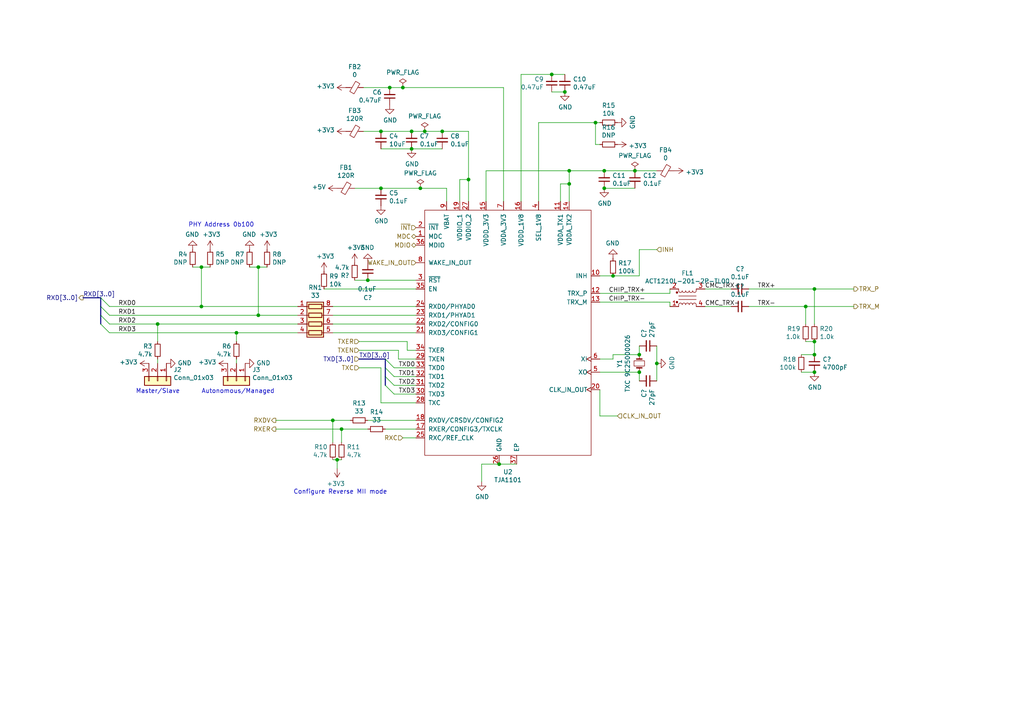
<source format=kicad_sch>
(kicad_sch (version 20231120) (generator "eeschema") (generator_version "8.0")
  (paper "A4")
  (title_block (rev "1.0"))
  (lib_symbols
    (symbol "100base-t1-converter-rescue:+3V3-power" (power) (pin_names (offset 0))
      (property "Value" "power_+3V3" (at 0 3.556 0))
      (symbol "+3V3-power_0_1"
        (polyline (pts (xy -0.762 1.27) (xy 0 2.54)))
        (polyline (pts (xy 0 0) (xy 0 2.54)))
        (polyline (pts (xy 0 2.54) (xy 0.762 1.27)))
      )
      (symbol "+3V3-power_1_1"
        (pin power_in line (at 0 0 90) (length 0) hide (name "+3V3") (number "1"))
      )
    )
    (symbol "100base-t1-converter-rescue:+5V-power" (power) (pin_names (offset 0))
      (property "Value" "power_+5V" (at 0 3.556 0))
      (symbol "+5V-power_0_1"
        (polyline (pts (xy -0.762 1.27) (xy 0 2.54)))
        (polyline (pts (xy 0 0) (xy 0 2.54)))
        (polyline (pts (xy 0 2.54) (xy 0.762 1.27)))
      )
      (symbol "+5V-power_1_1"
        (pin power_in line (at 0 0 90) (length 0) hide (name "+5V") (number "1"))
      )
    )
    (symbol "100base-t1-converter-rescue:EMI_Filter_LL_1423-Device" (pin_names hide)
      (property "Reference" "FL" (at 0 4.445 0))
      (property "Value" "Device_EMI_Filter_LL_1423" (at 0 -4.445 0))
      (symbol "EMI_Filter_LL_1423-Device_0_1"
        (circle (center -3.048 -1.27) (radius 0.254) (fill (type outline)))
        (circle (center -3.048 1.524) (radius 0.254) (fill (type outline)))
        (arc (start -2.54 2.032) (mid -2.032 1.524) (end -1.524 2.032))
        (arc (start -1.524 -2.032) (mid -2.032 -1.524) (end -2.54 -2.032))
        (arc (start -1.524 2.032) (mid -1.016 1.524) (end -0.508 2.032))
        (arc (start -0.508 -2.032) (mid -1.016 -1.524) (end -1.524 -2.032))
        (arc (start -0.508 2.032) (mid 0 1.524) (end 0.508 2.032))
        (polyline (pts (xy -2.54 -2.032) (xy -2.54 -2.54)))
        (polyline (pts (xy -2.54 0.508) (xy 2.54 0.508)))
        (polyline (pts (xy -2.54 2.032) (xy -2.54 2.54)))
        (polyline (pts (xy 2.54 -2.032) (xy 2.54 -2.54)))
        (polyline (pts (xy 2.54 -0.508) (xy -2.54 -0.508)))
        (polyline (pts (xy 2.54 2.54) (xy 2.54 2.032)))
        (arc (start 0.508 -2.032) (mid 0 -1.524) (end -0.508 -2.032))
        (arc (start 0.508 2.032) (mid 1.016 1.524) (end 1.524 2.032))
        (arc (start 1.524 -2.032) (mid 1.016 -1.524) (end 0.508 -2.032))
        (arc (start 1.524 2.032) (mid 2.032 1.524) (end 2.54 2.032))
        (arc (start 2.54 -2.032) (mid 2.032 -1.524) (end 1.524 -2.032))
      )
      (symbol "EMI_Filter_LL_1423-Device_1_1"
        (pin passive line (at -5.08 -2.54 0) (length 2.54) (name "1") (number "1"))
        (pin passive line (at -5.08 2.54 0) (length 2.54) (name "2") (number "2"))
        (pin passive line (at 5.08 2.54 180) (length 2.54) (name "3") (number "3"))
        (pin passive line (at 5.08 -2.54 180) (length 2.54) (name "4") (number "4"))
      )
    )
    (symbol "100base-t1-converter-rescue:Ferrite_Bead_Small-Device" (pin_numbers hide) (pin_names (offset 0))
      (property "Reference" "FB" (at 1.905 1.27 0))
      (property "Value" "Device_Ferrite_Bead_Small" (at 1.905 -1.27 0))
      (symbol "Ferrite_Bead_Small-Device_0_1"
        (polyline (pts (xy 0 -1.27) (xy 0 -0.7874)))
        (polyline (pts (xy 0 0.889) (xy 0 1.2954)))
        (polyline (pts (xy -1.8288 0.2794) (xy -1.1176 1.4986) (xy 1.8288 -0.2032) (xy 1.1176 -1.4224) (xy -1.8288 0.2794)))
      )
      (symbol "Ferrite_Bead_Small-Device_1_1"
        (pin passive line (at 0 2.54 270) (length 1.27) (name "~") (number "1"))
        (pin passive line (at 0 -2.54 90) (length 1.27) (name "~") (number "2"))
      )
    )
    (symbol "100base-t1-converter-rescue:GND-power" (power) (pin_names (offset 0))
      (property "Value" "power_GND" (at 0 -3.81 0))
      (symbol "GND-power_0_1"
        (polyline (pts (xy 0 0) (xy 0 -1.27) (xy 1.27 -1.27) (xy 0 -2.54) (xy -1.27 -1.27) (xy 0 -1.27)))
      )
      (symbol "GND-power_1_1"
        (pin power_in line (at 0 0 270) (length 0) hide (name "GND") (number "1"))
      )
    )
    (symbol "100base-t1-converter-rescue:PWR_FLAG-power" (power) (pin_numbers hide) (pin_names (offset 0) hide)
      (property "Value" "power_PWR_FLAG" (at 0 3.81 0))
      (symbol "PWR_FLAG-power_0_0"
        (pin power_out line (at 0 0 90) (length 0) (name "pwr") (number "1"))
      )
      (symbol "PWR_FLAG-power_0_1"
        (polyline (pts (xy 0 0) (xy 0 1.27) (xy -1.016 1.905) (xy 0 2.54) (xy 1.016 1.905) (xy 0 1.27)))
      )
    )
    (symbol "Connector_Generic:Conn_01x03" (pin_names (offset 1.016) hide)
      (property "Reference" "J" (at 0 5.08 0))
      (property "Value" "Conn_01x03" (at 0 -5.08 0))
      (symbol "Conn_01x03_1_1"
        (rectangle (start -1.27 -2.413) (end 0 -2.667) (stroke (width 0.1524)))
        (rectangle (start -1.27 0.127) (end 0 -0.127) (stroke (width 0.1524)))
        (rectangle (start -1.27 2.667) (end 0 2.413) (stroke (width 0.1524)))
        (rectangle (start -1.27 3.81) (end 1.27 -3.81) (stroke (width 0.254)) (fill (type background)))
        (pin passive line (at -5.08 2.54 0) (length 3.81) (name "Pin_1") (number "1"))
        (pin passive line (at -5.08 0 0) (length 3.81) (name "Pin_2") (number "2"))
        (pin passive line (at -5.08 -2.54 0) (length 3.81) (name "Pin_3") (number "3"))
      )
    )
    (symbol "Device:C_Small" (pin_numbers hide) (pin_names (offset 0.254) hide)
      (property "Reference" "C" (at 0.254 1.778 0))
      (property "Value" "C_Small" (at 0.254 -2.032 0))
      (symbol "C_Small_0_1"
        (polyline (pts (xy -1.524 -0.508) (xy 1.524 -0.508)) (stroke (width 0.3302)))
        (polyline (pts (xy -1.524 0.508) (xy 1.524 0.508)) (stroke (width 0.3048)))
      )
      (symbol "C_Small_1_1"
        (pin passive line (at 0 2.54 270) (length 2.032) (name "~") (number "1"))
        (pin passive line (at 0 -2.54 90) (length 2.032) (name "~") (number "2"))
      )
    )
    (symbol "Device:Crystal_Small" (pin_numbers hide) (pin_names (offset 1.016) hide)
      (property "Reference" "Y" (at 0 2.54 0))
      (property "Value" "Crystal_Small" (at 0 -2.54 0))
      (symbol "Crystal_Small_0_1"
        (rectangle (start -0.762 -1.524) (end 0.762 1.524))
        (polyline (pts (xy -1.27 -0.762) (xy -1.27 0.762)) (stroke (width 0.381)))
        (polyline (pts (xy 1.27 -0.762) (xy 1.27 0.762)) (stroke (width 0.381)))
      )
      (symbol "Crystal_Small_1_1"
        (pin passive line (at -2.54 0 0) (length 1.27) (name "1") (number "1"))
        (pin passive line (at 2.54 0 180) (length 1.27) (name "2") (number "2"))
      )
    )
    (symbol "Device:R_Pack04" (pin_names (offset 0) hide)
      (property "Reference" "RN" (at -7.62 0 90))
      (property "Value" "R_Pack04" (at 5.08 0 90))
      (symbol "R_Pack04_0_1"
        (rectangle (start -6.35 -2.413) (end 3.81 2.413) (stroke (width 0.254)) (fill (type background)))
        (rectangle (start -5.715 1.905) (end -4.445 -1.905) (stroke (width 0.254)))
        (rectangle (start -3.175 1.905) (end -1.905 -1.905) (stroke (width 0.254)))
        (rectangle (start -0.635 1.905) (end 0.635 -1.905) (stroke (width 0.254)))
        (polyline (pts (xy -5.08 -2.54) (xy -5.08 -1.905)))
        (polyline (pts (xy -5.08 1.905) (xy -5.08 2.54)))
        (polyline (pts (xy -2.54 -2.54) (xy -2.54 -1.905)))
        (polyline (pts (xy -2.54 1.905) (xy -2.54 2.54)))
        (polyline (pts (xy 0 -2.54) (xy 0 -1.905)))
        (polyline (pts (xy 0 1.905) (xy 0 2.54)))
        (polyline (pts (xy 2.54 -2.54) (xy 2.54 -1.905)))
        (polyline (pts (xy 2.54 1.905) (xy 2.54 2.54)))
        (rectangle (start 1.905 1.905) (end 3.175 -1.905) (stroke (width 0.254)))
      )
      (symbol "R_Pack04_1_1"
        (pin passive line (at -5.08 -5.08 90) (length 2.54) (name "R1.1") (number "1"))
        (pin passive line (at -2.54 -5.08 90) (length 2.54) (name "R2.1") (number "2"))
        (pin passive line (at 0 -5.08 90) (length 2.54) (name "R3.1") (number "3"))
        (pin passive line (at 2.54 -5.08 90) (length 2.54) (name "R4.1") (number "4"))
        (pin passive line (at 2.54 5.08 270) (length 2.54) (name "R4.2") (number "5"))
        (pin passive line (at 0 5.08 270) (length 2.54) (name "R3.2") (number "6"))
        (pin passive line (at -2.54 5.08 270) (length 2.54) (name "R2.2") (number "7"))
        (pin passive line (at -5.08 5.08 270) (length 2.54) (name "R1.2") (number "8"))
      )
    )
    (symbol "Device:R_Small" (pin_numbers hide) (pin_names (offset 0.254) hide)
      (property "Reference" "R" (at 0.762 0.508 0))
      (property "Value" "R_Small" (at 0.762 -1.016 0))
      (symbol "R_Small_0_1"
        (rectangle (start -0.762 1.778) (end 0.762 -1.778) (stroke (width 0.2032)))
      )
      (symbol "R_Small_1_1"
        (pin passive line (at 0 2.54 270) (length 0.762) (name "~") (number "1"))
        (pin passive line (at 0 -2.54 90) (length 0.762) (name "~") (number "2"))
      )
    )
    (symbol "custom:TJA1101" (pin_names (offset 1.016))
      (property "Reference" "U" (at 0 0 0))
      (property "Value" "TJA1101" (at 0 0 0))
      (symbol "TJA1101_0_1"
        (rectangle (start -24.13 35.56) (end 24.13 -35.56))
      )
      (symbol "TJA1101_1_1"
        (pin input line (at -26.67 27.94 0) (length 2.54) (name "MDC") (number "1"))
        (pin input line (at 26.67 16.51 180) (length 2.54) (name "INH") (number "10"))
        (pin power_in line (at 15.24 38.1 270) (length 2.54) (name "VDDA_TX1") (number "11"))
        (pin output line (at 26.67 11.43 180) (length 2.54) (name "TRX_P") (number "12"))
        (pin output line (at 26.67 8.89 180) (length 2.54) (name "TRX_M") (number "13"))
        (pin power_in line (at 17.78 38.1 270) (length 2.54) (name "VDDA_TX2") (number "14"))
        (pin power_in line (at -6.35 38.1 270) (length 2.54) (name "VDDD_3V3") (number "15"))
        (pin power_out line (at 3.81 38.1 270) (length 2.54) (name "VDDD_1V8") (number "16"))
        (pin output line (at -26.67 -27.94 0) (length 2.54) (name "RXER/CONFIG3/TXCLK") (number "17"))
        (pin output line (at -26.67 -25.4 0) (length 2.54) (name "RXDV/CRSDV/CONFIG2") (number "18"))
        (pin power_in line (at -13.97 38.1 270) (length 2.54) (name "VDDIO_1") (number "19"))
        (pin input line (at -26.67 30.48 0) (length 2.54) (name "~{INT}") (number "2"))
        (pin bidirectional clock (at 26.67 -16.51 180) (length 2.54) (name "CLK_IN_OUT") (number "20"))
        (pin output line (at -26.67 0 0) (length 2.54) (name "RXD3/CONFIG1") (number "21"))
        (pin output line (at -26.67 2.54 0) (length 2.54) (name "RXD2/CONFIG0") (number "22"))
        (pin output line (at -26.67 5.08 0) (length 2.54) (name "RXD1/PHYAD1") (number "23"))
        (pin output line (at -26.67 7.62 0) (length 2.54) (name "RXD0/PHYAD0") (number "24"))
        (pin input line (at -26.67 -30.48 0) (length 2.54) (name "RXC/REF_CLK") (number "25"))
        (pin power_in line (at -2.54 -38.1 90) (length 2.54) (name "GND") (number "26"))
        (pin power_in line (at -11.43 38.1 270) (length 2.54) (name "VDDIO_2") (number "27"))
        (pin output line (at -26.67 -20.32 0) (length 2.54) (name "TXC") (number "28"))
        (pin input line (at -26.67 -7.62 0) (length 2.54) (name "TXEN") (number "29"))
        (pin input line (at -26.67 15.24 0) (length 2.54) (name "~{RST}") (number "3"))
        (pin input line (at -26.67 -17.78 0) (length 2.54) (name "TXD3") (number "30"))
        (pin input line (at -26.67 -15.24 0) (length 2.54) (name "TXD2") (number "31"))
        (pin input line (at -26.67 -12.7 0) (length 2.54) (name "TXD1") (number "32"))
        (pin input line (at -26.67 -10.16 0) (length 2.54) (name "TXD0") (number "33"))
        (pin input line (at -26.67 -5.08 0) (length 2.54) (name "TXER") (number "34"))
        (pin input line (at -26.67 12.7 0) (length 2.54) (name "EN") (number "35"))
        (pin bidirectional line (at -26.67 25.4 0) (length 2.54) (name "MDIO") (number "36"))
        (pin power_in line (at 2.54 -38.1 90) (length 2.54) (name "EP") (number "37"))
        (pin input line (at 8.89 38.1 270) (length 2.54) (name "SEL_1V8") (number "4"))
        (pin output clock (at 26.67 -11.43 180) (length 2.54) (name "XO") (number "5"))
        (pin input clock (at 26.67 -7.62 180) (length 2.54) (name "XI") (number "6"))
        (pin power_in line (at -1.27 38.1 270) (length 2.54) (name "VDDA_3V3") (number "7"))
        (pin bidirectional line (at -26.67 20.32 0) (length 2.54) (name "WAKE_IN_OUT") (number "8"))
        (pin power_in line (at -17.78 38.1 270) (length 2.54) (name "VBAT") (number "9"))
      )
    )
  )
  (junction (at 58.42 88.9))
  (junction (at 110.49 38.1))
  (junction (at 184.15 49.53))
  (junction (at 185.42 107.95))
  (junction (at 121.92 54.61))
  (junction (at 185.42 102.87))
  (junction (at 128.27 38.1))
  (junction (at 165.1 49.53))
  (junction (at 135.89 52.07))
  (junction (at 119.38 43.18))
  (junction (at 175.26 49.53))
  (junction (at 236.22 99.06))
  (junction (at 116.84 25.4))
  (junction (at 110.49 54.61))
  (junction (at 236.22 102.87))
  (junction (at 233.68 88.9))
  (junction (at 123.19 38.1))
  (junction (at 165.1 53.34))
  (junction (at 113.03 25.4))
  (junction (at 236.22 107.95))
  (junction (at 99.06 124.46))
  (junction (at 74.93 91.44))
  (junction (at 119.38 38.1))
  (junction (at 96.52 121.92))
  (junction (at 190.5 105.41))
  (junction (at 97.79 133.35))
  (junction (at 175.26 54.61))
  (junction (at 106.68 81.28))
  (junction (at 163.83 26.67))
  (junction (at 68.58 96.52))
  (junction (at 236.22 83.82))
  (junction (at 45.72 93.98))
  (junction (at 172.72 35.56))
  (junction (at 177.8 80.01))
  (junction (at 160.02 21.59))
  (junction (at 74.93 77.47))
  (junction (at 144.78 134.62))
  (junction (at 58.42 77.47))
  (bus_entry (at 29.21 93.98) (size 2.54 2.54))
  (bus_entry (at 29.21 88.9) (size 2.54 2.54))
  (bus_entry (at 29.21 91.44) (size 2.54 2.54))
  (bus_entry (at 111.76 106.68) (size 2.54 2.54))
  (bus_entry (at 111.76 111.76) (size 2.54 2.54))
  (bus_entry (at 29.21 86.36) (size 2.54 2.54))
  (bus_entry (at 111.76 109.22) (size 2.54 2.54))
  (bus_entry (at 111.76 104.14) (size 2.54 2.54))
  (wire (pts (xy 165.1 53.34) (xy 165.1 58.42)))
  (bus (pts (xy 111.76 106.68) (xy 111.76 109.22)))
  (wire (pts (xy 233.68 88.9) (xy 217.17 88.9)))
  (wire (pts (xy 173.99 41.91) (xy 172.72 41.91)))
  (wire (pts (xy 190.5 49.53) (xy 184.15 49.53)))
  (wire (pts (xy 116.84 25.4) (xy 146.05 25.4)))
  (wire (pts (xy 58.42 77.47) (xy 60.96 77.47)))
  (wire (pts (xy 97.79 133.35) (xy 97.79 135.89)))
  (wire (pts (xy 93.98 83.82) (xy 120.65 83.82)))
  (wire (pts (xy 96.52 88.9) (xy 120.65 88.9)))
  (bus (pts (xy 111.76 104.14) (xy 104.14 104.14)))
  (wire (pts (xy 233.68 93.98) (xy 233.68 88.9)))
  (wire (pts (xy 102.87 81.28) (xy 106.68 81.28)))
  (bus (pts (xy 111.76 109.22) (xy 111.76 111.76)))
  (wire (pts (xy 177.8 104.14) (xy 177.8 102.87)))
  (wire (pts (xy 58.42 88.9) (xy 58.42 77.47)))
  (wire (pts (xy 80.01 124.46) (xy 99.06 124.46)))
  (wire (pts (xy 114.3 114.3) (xy 120.65 114.3)))
  (wire (pts (xy 58.42 88.9) (xy 86.36 88.9)))
  (wire (pts (xy 129.54 54.61) (xy 129.54 58.42)))
  (wire (pts (xy 128.27 43.18) (xy 119.38 43.18)))
  (wire (pts (xy 99.06 128.27) (xy 99.06 124.46)))
  (wire (pts (xy 146.05 25.4) (xy 146.05 58.42)))
  (wire (pts (xy 115.57 101.6) (xy 115.57 104.14)))
  (wire (pts (xy 68.58 96.52) (xy 68.58 99.06)))
  (wire (pts (xy 177.8 102.87) (xy 185.42 102.87)))
  (wire (pts (xy 31.75 88.9) (xy 58.42 88.9)))
  (wire (pts (xy 102.87 54.61) (xy 110.49 54.61)))
  (wire (pts (xy 185.42 72.39) (xy 190.5 72.39)))
  (wire (pts (xy 111.76 124.46) (xy 120.65 124.46)))
  (wire (pts (xy 31.75 91.44) (xy 74.93 91.44)))
  (wire (pts (xy 104.14 106.68) (xy 110.49 106.68)))
  (wire (pts (xy 173.99 87.63) (xy 194.31 87.63)))
  (wire (pts (xy 151.13 58.42) (xy 151.13 21.59)))
  (wire (pts (xy 114.3 109.22) (xy 120.65 109.22)))
  (wire (pts (xy 165.1 53.34) (xy 165.1 49.53)))
  (wire (pts (xy 116.84 127) (xy 120.65 127)))
  (wire (pts (xy 72.39 77.47) (xy 74.93 77.47)))
  (wire (pts (xy 144.78 134.62) (xy 139.7 134.62)))
  (wire (pts (xy 74.93 77.47) (xy 74.93 91.44)))
  (wire (pts (xy 110.49 38.1) (xy 105.41 38.1)))
  (wire (pts (xy 173.99 120.65) (xy 173.99 113.03)))
  (wire (pts (xy 68.58 96.52) (xy 86.36 96.52)))
  (wire (pts (xy 110.49 43.18) (xy 119.38 43.18)))
  (wire (pts (xy 110.49 106.68) (xy 110.49 116.84)))
  (wire (pts (xy 96.52 133.35) (xy 97.79 133.35)))
  (wire (pts (xy 173.99 104.14) (xy 177.8 104.14)))
  (wire (pts (xy 247.65 88.9) (xy 233.68 88.9)))
  (wire (pts (xy 45.72 93.98) (xy 86.36 93.98)))
  (wire (pts (xy 139.7 134.62) (xy 139.7 139.7)))
  (wire (pts (xy 190.5 110.49) (xy 190.5 105.41)))
  (bus (pts (xy 29.21 88.9) (xy 29.21 91.44)))
  (wire (pts (xy 204.47 83.82) (xy 212.09 83.82)))
  (wire (pts (xy 106.68 81.28) (xy 120.65 81.28)))
  (wire (pts (xy 162.56 53.34) (xy 165.1 53.34)))
  (wire (pts (xy 133.35 52.07) (xy 135.89 52.07)))
  (wire (pts (xy 128.27 38.1) (xy 123.19 38.1)))
  (wire (pts (xy 115.57 104.14) (xy 120.65 104.14)))
  (wire (pts (xy 172.72 41.91) (xy 172.72 35.56)))
  (wire (pts (xy 123.19 38.1) (xy 119.38 38.1)))
  (wire (pts (xy 163.83 26.67) (xy 160.02 26.67)))
  (wire (pts (xy 172.72 35.56) (xy 173.99 35.56)))
  (wire (pts (xy 96.52 96.52) (xy 120.65 96.52)))
  (wire (pts (xy 149.86 134.62) (xy 144.78 134.62)))
  (wire (pts (xy 185.42 80.01) (xy 185.42 72.39)))
  (wire (pts (xy 173.99 107.95) (xy 185.42 107.95)))
  (wire (pts (xy 179.07 120.65) (xy 173.99 120.65)))
  (wire (pts (xy 177.8 80.01) (xy 173.99 80.01)))
  (bus (pts (xy 29.21 91.44) (xy 29.21 93.98)))
  (wire (pts (xy 194.31 87.63) (xy 194.31 88.9)))
  (wire (pts (xy 135.89 52.07) (xy 135.89 38.1)))
  (wire (pts (xy 45.72 104.14) (xy 45.72 105.41)))
  (wire (pts (xy 185.42 102.87) (xy 185.42 100.33)))
  (wire (pts (xy 31.75 96.52) (xy 68.58 96.52)))
  (wire (pts (xy 74.93 91.44) (xy 86.36 91.44)))
  (wire (pts (xy 80.01 121.92) (xy 96.52 121.92)))
  (wire (pts (xy 99.06 124.46) (xy 106.68 124.46)))
  (wire (pts (xy 232.41 107.95) (xy 236.22 107.95)))
  (wire (pts (xy 31.75 93.98) (xy 45.72 93.98)))
  (wire (pts (xy 236.22 83.82) (xy 247.65 83.82)))
  (wire (pts (xy 163.83 21.59) (xy 160.02 21.59)))
  (wire (pts (xy 233.68 99.06) (xy 236.22 99.06)))
  (wire (pts (xy 104.14 101.6) (xy 115.57 101.6)))
  (wire (pts (xy 96.52 121.92) (xy 96.52 128.27)))
  (wire (pts (xy 156.21 35.56) (xy 172.72 35.56)))
  (wire (pts (xy 113.03 25.4) (xy 116.84 25.4)))
  (wire (pts (xy 120.65 121.92) (xy 106.68 121.92)))
  (wire (pts (xy 133.35 58.42) (xy 133.35 52.07)))
  (wire (pts (xy 232.41 102.87) (xy 236.22 102.87)))
  (wire (pts (xy 140.97 49.53) (xy 165.1 49.53)))
  (wire (pts (xy 173.99 85.09) (xy 194.31 85.09)))
  (wire (pts (xy 121.92 54.61) (xy 129.54 54.61)))
  (wire (pts (xy 118.11 101.6) (xy 120.65 101.6)))
  (wire (pts (xy 135.89 38.1) (xy 128.27 38.1)))
  (wire (pts (xy 110.49 54.61) (xy 121.92 54.61)))
  (wire (pts (xy 55.88 77.47) (xy 58.42 77.47)))
  (wire (pts (xy 236.22 102.87) (xy 236.22 99.06)))
  (wire (pts (xy 185.42 110.49) (xy 185.42 107.95)))
  (bus (pts (xy 29.21 86.36) (xy 29.21 88.9)))
  (wire (pts (xy 151.13 21.59) (xy 160.02 21.59)))
  (wire (pts (xy 45.72 93.98) (xy 45.72 99.06)))
  (wire (pts (xy 96.52 93.98) (xy 120.65 93.98)))
  (wire (pts (xy 177.8 80.01) (xy 185.42 80.01)))
  (wire (pts (xy 74.93 77.47) (xy 77.47 77.47)))
  (wire (pts (xy 97.79 133.35) (xy 99.06 133.35)))
  (wire (pts (xy 114.3 106.68) (xy 120.65 106.68)))
  (bus (pts (xy 111.76 104.14) (xy 111.76 106.68)))
  (wire (pts (xy 104.14 99.06) (xy 118.11 99.06)))
  (wire (pts (xy 184.15 49.53) (xy 175.26 49.53)))
  (wire (pts (xy 194.31 85.09) (xy 194.31 83.82)))
  (wire (pts (xy 162.56 58.42) (xy 162.56 53.34)))
  (wire (pts (xy 140.97 58.42) (xy 140.97 49.53)))
  (wire (pts (xy 236.22 93.98) (xy 236.22 83.82)))
  (wire (pts (xy 217.17 83.82) (xy 236.22 83.82)))
  (wire (pts (xy 96.52 91.44) (xy 120.65 91.44)))
  (wire (pts (xy 68.58 104.14) (xy 68.58 105.41)))
  (wire (pts (xy 101.6 121.92) (xy 96.52 121.92)))
  (bus (pts (xy 29.21 86.36) (xy 24.13 86.36)))
  (wire (pts (xy 175.26 54.61) (xy 184.15 54.61)))
  (wire (pts (xy 156.21 58.42) (xy 156.21 35.56)))
  (wire (pts (xy 190.5 105.41) (xy 190.5 100.33)))
  (wire (pts (xy 110.49 116.84) (xy 120.65 116.84)))
  (wire (pts (xy 110.49 38.1) (xy 119.38 38.1)))
  (wire (pts (xy 165.1 49.53) (xy 175.26 49.53)))
  (wire (pts (xy 118.11 99.06) (xy 118.11 101.6)))
  (wire (pts (xy 135.89 52.07) (xy 135.89 58.42)))
  (wire (pts (xy 105.41 25.4) (xy 113.03 25.4)))
  (wire (pts (xy 204.47 88.9) (xy 212.09 88.9)))
  (wire (pts (xy 114.3 111.76) (xy 120.65 111.76)))
  (text "Configure Reverse MII mode" (at 85.09 143.51 0) (effects (font (size 1.27 1.27)) (justify left bottom)))
  (text "Master/Slave" (at 39.37 114.3 0) (effects (font (size 1.27 1.27)) (justify left bottom)))
  (text "Autonomous/Managed" (at 58.42 114.3 0) (effects (font (size 1.27 1.27)) (justify left bottom)))
  (text "PHY Address 0b100" (at 54.61 66.04 0) (effects (font (size 1.27 1.27)) (justify left bottom)))
  (label "RXD3" (at 34.29 96.52 0))
  (label "TRX+" (at 219.71 83.82 0))
  (label "CHIP_TRX-" (at 176.53 87.63 0))
  (label "CMC_TRX-" (at 204.47 88.9 0))
  (label "TXD2" (at 115.57 111.76 0))
  (label "TXD3" (at 115.57 114.3 0))
  (label "TXD1" (at 115.57 109.22 0))
  (label "RXD2" (at 34.29 93.98 0))
  (label "RXD0" (at 34.29 88.9 0))
  (label "TXD[3..0]" (at 104.14 104.14 0))
  (label "TRX-" (at 219.71 88.9 0))
  (label "RXD[3..0]" (at 24.13 86.36 0))
  (label "RXD1" (at 34.29 91.44 0))
  (label "TXD0" (at 115.57 106.68 0))
  (label "CMC_TRX+" (at 204.47 83.82 0))
  (label "CHIP_TRX+" (at 176.53 85.09 0))
  (hierarchical_label "TXER" (shape input) (at 104.14 99.06 180))
  (hierarchical_label "TXC" (shape input) (at 104.14 106.68 180))
  (hierarchical_label "RXD[3..0]" (shape output) (at 24.13 86.36 180))
  (hierarchical_label "TRX_P" (shape output) (at 247.65 83.82 0))
  (hierarchical_label "CLK_IN_OUT" (shape input) (at 179.07 120.65 0))
  (hierarchical_label "RXDV" (shape output) (at 80.01 121.92 180))
  (hierarchical_label "WAKE_IN_OUT" (shape input) (at 120.65 76.2 180))
  (hierarchical_label "~{INT}" (shape input) (at 120.65 66.04 180))
  (hierarchical_label "MDC" (shape bidirectional) (at 120.65 68.58 180))
  (hierarchical_label "TXD[3..0]" (shape input) (at 104.14 104.14 180))
  (hierarchical_label "MDIO" (shape bidirectional) (at 120.65 71.12 180))
  (hierarchical_label "RXER" (shape output) (at 80.01 124.46 180))
  (hierarchical_label "TXEN" (shape input) (at 104.14 101.6 180))
  (hierarchical_label "INH" (shape input) (at 190.5 72.39 0))
  (hierarchical_label "TRX_M" (shape output) (at 247.65 88.9 0))
  (hierarchical_label "RXC" (shape input) (at 116.84 127 180))
  (symbol (lib_id "custom:TJA1101") (at 147.32 96.52 0) (unit 1)
    (property "Reference" "U2" (at 147.32 136.8806 0))
    (property "Value" "TJA1101" (at 147.32 139.192 0))
    (property "Footprint" "Package_DFN_QFN:QFN-36-1EP_6x6mm_P0.5mm_EP4.1x4.1mm_ThermalVias" (effects (hide yes)))
  )
  (symbol (lib_id "100base-t1-converter-rescue:GND-power") (at 139.7 139.7 0) (unit 1)
    (property "Reference" "#PWR0115" (effects (hide yes)))
    (property "Value" "GND" (at 139.827 144.0942 0))
  )
  (symbol (lib_id "Device:R_Pack04") (at 91.44 93.98 270) (unit 1)
    (property "Reference" "RN1" (at 91.44 83.3882 90))
    (property "Value" "33" (at 91.44 85.6996 90))
    (property "Footprint" "custom:R_Array_Convex_Reversed_4x0603" (effects (hide yes)))
  )
  (symbol (lib_id "Device:R_Small") (at 104.14 121.92 270) (unit 1)
    (property "Reference" "R13" (at 104.14 116.9416 90))
    (property "Value" "33" (at 104.14 119.253 90))
    (property "Footprint" "Resistor_SMD:R_0603_1608Metric_Pad1.05x0.95mm_HandSolder" (effects (hide yes)))
  )
  (symbol (lib_id "Device:R_Small") (at 109.22 124.46 270) (unit 1)
    (property "Reference" "R14" (at 109.22 119.4816 90))
    (property "Value" "33" (at 109.22 121.793 90))
    (property "Footprint" "Resistor_SMD:R_0603_1608Metric_Pad1.05x0.95mm_HandSolder" (effects (hide yes)))
  )
  (symbol (lib_id "Device:R_Small") (at 55.88 74.93 0) (mirror x) (unit 1)
    (property "Reference" "R4" (at 54.3814 73.7616 0) (effects (justify right)))
    (property "Value" "DNP" (at 54.3814 76.073 0) (effects (justify right)))
    (property "Footprint" "Resistor_SMD:R_0603_1608Metric_Pad1.05x0.95mm_HandSolder" (effects (hide yes)))
  )
  (symbol (lib_id "Device:R_Small") (at 60.96 74.93 180) (unit 1)
    (property "Reference" "R5" (at 62.4586 73.7616 0) (effects (justify right)))
    (property "Value" "DNP" (at 62.4586 76.073 0) (effects (justify right)))
    (property "Footprint" "Resistor_SMD:R_0603_1608Metric_Pad1.05x0.95mm_HandSolder" (effects (hide yes)))
  )
  (symbol (lib_id "100base-t1-converter-rescue:GND-power") (at 55.88 72.39 180) (unit 1)
    (property "Reference" "#PWR0106" (effects (hide yes)))
    (property "Value" "GND" (at 55.753 67.9958 0))
  )
  (symbol (lib_id "100base-t1-converter-rescue:+3V3-power") (at 60.96 72.39 0) (unit 1)
    (property "Reference" "#PWR0107" (effects (hide yes)))
    (property "Value" "+3V3" (at 61.341 67.9958 0))
  )
  (symbol (lib_id "Device:R_Small") (at 72.39 74.93 0) (mirror x) (unit 1)
    (property "Reference" "R7" (at 70.8914 73.7616 0) (effects (justify right)))
    (property "Value" "DNP" (at 70.8914 76.073 0) (effects (justify right)))
    (property "Footprint" "Resistor_SMD:R_0603_1608Metric_Pad1.05x0.95mm_HandSolder" (effects (hide yes)))
  )
  (symbol (lib_id "Device:R_Small") (at 77.47 74.93 180) (unit 1)
    (property "Reference" "R8" (at 78.9686 73.7616 0) (effects (justify right)))
    (property "Value" "DNP" (at 78.9686 76.073 0) (effects (justify right)))
    (property "Footprint" "Resistor_SMD:R_0603_1608Metric_Pad1.05x0.95mm_HandSolder" (effects (hide yes)))
  )
  (symbol (lib_id "100base-t1-converter-rescue:GND-power") (at 72.39 72.39 180) (unit 1)
    (property "Reference" "#PWR0108" (effects (hide yes)))
    (property "Value" "GND" (at 72.263 67.9958 0))
  )
  (symbol (lib_id "100base-t1-converter-rescue:+3V3-power") (at 77.47 72.39 0) (unit 1)
    (property "Reference" "#PWR0109" (effects (hide yes)))
    (property "Value" "+3V3" (at 77.851 67.9958 0))
  )
  (symbol (lib_id "Device:R_Small") (at 96.52 130.81 0) (mirror x) (unit 1)
    (property "Reference" "R10" (at 95.0214 129.6416 0) (effects (justify right)))
    (property "Value" "4.7k" (at 95.0214 131.953 0) (effects (justify right)))
    (property "Footprint" "Resistor_SMD:R_0603_1608Metric_Pad1.05x0.95mm_HandSolder" (effects (hide yes)))
  )
  (symbol (lib_id "Device:R_Small") (at 99.06 130.81 180) (unit 1)
    (property "Reference" "R11" (at 100.5586 129.6416 0) (effects (justify right)))
    (property "Value" "4.7k" (at 100.5586 131.953 0) (effects (justify right)))
    (property "Footprint" "Resistor_SMD:R_0603_1608Metric_Pad1.05x0.95mm_HandSolder" (effects (hide yes)))
  )
  (symbol (lib_id "100base-t1-converter-rescue:+3V3-power") (at 97.79 135.89 180) (unit 1)
    (property "Reference" "#PWR0110" (effects (hide yes)))
    (property "Value" "+3V3" (at 97.409 140.2842 0))
  )
  (symbol (lib_id "Connector_Generic:Conn_01x03") (at 45.72 110.49 270) (unit 1)
    (property "Reference" "J2" (at 50.292 107.2388 90) (effects (justify left)))
    (property "Value" "Conn_01x03" (at 50.292 109.5502 90) (effects (justify left)))
    (property "Footprint" "Connector_PinSocket_2.54mm:PinSocket_1x03_P2.54mm_Vertical" (effects (hide yes)))
  )
  (symbol (lib_id "Device:R_Small") (at 45.72 101.6 0) (mirror x) (unit 1)
    (property "Reference" "R3" (at 44.2214 100.4316 0) (effects (justify right)))
    (property "Value" "4.7k" (at 44.2214 102.743 0) (effects (justify right)))
    (property "Footprint" "Resistor_SMD:R_0603_1608Metric_Pad1.05x0.95mm_HandSolder" (effects (hide yes)))
  )
  (symbol (lib_id "100base-t1-converter-rescue:+3V3-power") (at 43.18 105.41 90) (unit 1)
    (property "Reference" "#PWR0111" (effects (hide yes)))
    (property "Value" "+3V3" (at 39.9288 105.029 90) (effects (justify left)))
  )
  (symbol (lib_id "100base-t1-converter-rescue:GND-power") (at 48.26 105.41 90) (unit 1)
    (property "Reference" "#PWR0112" (effects (hide yes)))
    (property "Value" "GND" (at 51.5112 105.283 90) (effects (justify right)))
  )
  (symbol (lib_id "Connector_Generic:Conn_01x03") (at 68.58 110.49 270) (unit 1)
    (property "Reference" "J3" (at 73.152 107.2388 90) (effects (justify left)))
    (property "Value" "Conn_01x03" (at 73.152 109.5502 90) (effects (justify left)))
    (property "Footprint" "Connector_PinSocket_2.54mm:PinSocket_1x03_P2.54mm_Vertical" (effects (hide yes)))
  )
  (symbol (lib_id "Device:R_Small") (at 68.58 101.6 0) (mirror x) (unit 1)
    (property "Reference" "R6" (at 67.0814 100.4316 0) (effects (justify right)))
    (property "Value" "4.7k" (at 67.0814 102.743 0) (effects (justify right)))
    (property "Footprint" "Resistor_SMD:R_0603_1608Metric_Pad1.05x0.95mm_HandSolder" (effects (hide yes)))
  )
  (symbol (lib_id "100base-t1-converter-rescue:+3V3-power") (at 66.04 105.41 90) (unit 1)
    (property "Reference" "#PWR0114" (effects (hide yes)))
    (property "Value" "+3V3" (at 62.7888 105.029 90) (effects (justify left)))
  )
  (symbol (lib_id "100base-t1-converter-rescue:GND-power") (at 71.12 105.41 90) (unit 1)
    (property "Reference" "#PWR0119" (effects (hide yes)))
    (property "Value" "GND" (at 74.3712 105.283 90) (effects (justify right)))
  )
  (symbol (lib_id "Device:Crystal_Small") (at 185.42 105.41 90) (unit 1)
    (property "Reference" "Y1" (at 179.705 105.41 0))
    (property "Value" "TXC 9C25000026" (at 182.0164 105.41 0))
    (property "Footprint" "Crystal:Crystal_SMD_HC49-SD_HandSoldering" (effects (hide yes)))
    (instances (project "" (path "" (reference "Y1") (unit 1)) (path "" (reference "Y?") (unit 1))))
  )
  (symbol (lib_id "Device:C_Small") (at 187.96 100.33 270) (unit 1)
    (property "Reference" "C?" (at 186.7916 97.9932 0) (effects (justify right)))
    (property "Value" "27pF" (at 189.103 97.9932 0) (effects (justify right)))
    (property "Footprint" "Capacitor_SMD:C_0603_1608Metric_Pad1.05x0.95mm_HandSolder" (effects (hide yes)))
    (instances (project "" (path "" (reference "C?") (unit 1)) (path "" (reference "C13") (unit 1)) (path "" (reference "C?") (unit 1))))
  )
  (symbol (lib_id "Device:C_Small") (at 187.96 110.49 270) (mirror x) (unit 1)
    (property "Reference" "C?" (at 186.7916 112.8014 0) (effects (justify right)))
    (property "Value" "27pF" (at 189.103 112.8014 0) (effects (justify right)))
    (property "Footprint" "Capacitor_SMD:C_0603_1608Metric_Pad1.05x0.95mm_HandSolder" (effects (hide yes)))
    (instances (project "" (path "" (reference "C?") (unit 1)) (path "" (reference "C14") (unit 1)) (path "" (reference "C?") (unit 1))))
  )
  (symbol (lib_id "100base-t1-converter-rescue:GND-power") (at 190.5 105.41 90) (unit 1)
    (property "Reference" "#PWR?" (effects (hide yes)))
    (property "Value" "GND" (at 194.8942 105.283 0))
    (instances (project "" (path "" (reference "#PWR?") (unit 1)) (path "" (reference "#PWR0120") (unit 1)) (path "" (reference "#PWR?") (unit 1))))
  )
  (symbol (lib_id "100base-t1-converter-rescue:EMI_Filter_LL_1423-Device") (at 199.39 86.36 0) (unit 1)
    (property "Reference" "FL1" (at 199.39 79.2226 0))
    (property "Value" "ACT1210L-201-2P-TL00" (at 199.39 81.534 0))
    (property "Footprint" "custom:SOIC-4" (effects (hide yes)))
  )
  (symbol (lib_id "Device:C_Small") (at 214.63 88.9 90) (mirror x) (unit 1)
    (property "Reference" "C?" (at 214.63 83.0834 90))
    (property "Value" "0.1uF" (at 214.63 85.3948 90))
    (property "Footprint" "Capacitor_SMD:C_0603_1608Metric_Pad1.05x0.95mm_HandSolder" (effects (hide yes)))
    (instances (project "" (path "" (reference "C?") (unit 1)) (path "" (reference "C16") (unit 1)) (path "" (reference "C?") (unit 1))))
  )
  (symbol (lib_id "Device:C_Small") (at 214.63 83.82 270) (mirror x) (unit 1)
    (property "Reference" "C?" (at 214.63 78.0034 90))
    (property "Value" "0.1uF" (at 214.63 80.3148 90))
    (property "Footprint" "Capacitor_SMD:C_0603_1608Metric_Pad1.05x0.95mm_HandSolder" (effects (hide yes)))
    (instances (project "" (path "" (reference "C?") (unit 1)) (path "" (reference "C15") (unit 1)) (path "" (reference "C?") (unit 1))))
  )
  (symbol (lib_id "Device:R_Small") (at 236.22 96.52 180) (unit 1)
    (property "Reference" "R20" (at 237.7186 95.3516 0) (effects (justify right)))
    (property "Value" "1.0k" (at 237.7186 97.663 0) (effects (justify right)))
    (property "Footprint" "Resistor_SMD:R_0603_1608Metric_Pad1.05x0.95mm_HandSolder" (effects (hide yes)))
  )
  (symbol (lib_id "Device:R_Small") (at 233.68 96.52 0) (mirror x) (unit 1)
    (property "Reference" "R19" (at 232.1814 95.3516 0) (effects (justify right)))
    (property "Value" "1.0k" (at 232.1814 97.663 0) (effects (justify right)))
    (property "Footprint" "Resistor_SMD:R_0603_1608Metric_Pad1.05x0.95mm_HandSolder" (effects (hide yes)))
  )
  (symbol (lib_id "Device:C_Small") (at 236.22 105.41 0) (mirror y) (unit 1)
    (property "Reference" "C?" (at 238.5568 104.2416 0) (effects (justify right)))
    (property "Value" "4700pF" (at 238.5568 106.553 0) (effects (justify right)))
    (property "Footprint" "Capacitor_SMD:C_0603_1608Metric_Pad1.05x0.95mm_HandSolder" (effects (hide yes)))
    (instances (project "" (path "" (reference "C?") (unit 1)) (path "" (reference "C17") (unit 1)) (path "" (reference "C?") (unit 1))))
  )
  (symbol (lib_id "Device:R_Small") (at 232.41 105.41 0) (mirror x) (unit 1)
    (property "Reference" "R18" (at 230.9368 104.2416 0) (effects (justify right)))
    (property "Value" "100k" (at 230.9368 106.553 0) (effects (justify right)))
    (property "Footprint" "Resistor_SMD:R_0603_1608Metric_Pad1.05x0.95mm_HandSolder" (effects (hide yes)))
  )
  (symbol (lib_id "100base-t1-converter-rescue:GND-power") (at 236.22 107.95 0) (unit 1)
    (property "Reference" "#PWR0121" (effects (hide yes)))
    (property "Value" "GND" (at 236.347 112.3442 0))
  )
  (symbol (lib_id "Device:R_Small") (at 93.98 81.28 180) (unit 1)
    (property "Reference" "R9" (at 95.4786 80.1116 0) (effects (justify right)))
    (property "Value" "10k" (at 95.4786 82.423 0) (effects (justify right)))
    (property "Footprint" "Resistor_SMD:R_0603_1608Metric_Pad1.05x0.95mm_HandSolder" (effects (hide yes)))
  )
  (symbol (lib_id "100base-t1-converter-rescue:+3V3-power") (at 93.98 78.74 0) (unit 1)
    (property "Reference" "#PWR0122" (effects (hide yes)))
    (property "Value" "+3V3" (at 94.361 74.3458 0))
  )
  (symbol (lib_id "Device:R_Small") (at 102.87 78.74 180) (unit 1)
    (property "Reference" "R?" (at 101.3714 79.9084 0) (effects (justify left)))
    (property "Value" "4.7k" (at 101.3714 77.597 0) (effects (justify left)))
    (property "Footprint" "Resistor_SMD:R_0603_1608Metric_Pad1.05x0.95mm_HandSolder" (effects (hide yes)))
    (instances (project "" (path "" (reference "R?") (unit 1)) (path "" (reference "R12") (unit 1)) (path "" (reference "R?") (unit 1))))
  )
  (symbol (lib_id "100base-t1-converter-rescue:+3V3-power") (at 102.87 76.2 0) (unit 1)
    (property "Reference" "#PWR?" (effects (hide yes)))
    (property "Value" "+3V3" (at 103.251 71.8058 0))
    (instances (project "" (path "" (reference "#PWR?") (unit 1)) (path "" (reference "#PWR0123") (unit 1)) (path "" (reference "#PWR?") (unit 1))))
  )
  (symbol (lib_id "Device:C_Small") (at 106.68 78.74 0) (mirror x) (unit 1)
    (property "Reference" "C?" (at 107.95 86.36 0) (effects (justify right)))
    (property "Value" "0.1uF" (at 109.22 83.82 0) (effects (justify right)))
    (property "Footprint" "Capacitor_SMD:C_0603_1608Metric_Pad1.05x0.95mm_HandSolder" (effects (hide yes)))
    (instances (project "" (path "" (reference "C?") (unit 1)) (path "" (reference "C3") (unit 1)) (path "" (reference "C?") (unit 1))))
  )
  (symbol (lib_id "100base-t1-converter-rescue:GND-power") (at 106.68 76.2 180) (unit 1)
    (property "Reference" "#PWR?" (effects (hide yes)))
    (property "Value" "GND" (at 106.553 71.8058 0))
    (instances (project "" (path "" (reference "#PWR?") (unit 1)) (path "" (reference "#PWR0124") (unit 1)) (path "" (reference "#PWR?") (unit 1))))
  )
  (symbol (lib_id "100base-t1-converter-rescue:+5V-power") (at 97.79 54.61 90) (unit 1)
    (property "Reference" "#PWR0125" (effects (hide yes)))
    (property "Value" "+5V" (at 94.5388 54.229 90) (effects (justify left)))
  )
  (symbol (lib_id "Device:C_Small") (at 128.27 40.64 0) (unit 1)
    (property "Reference" "C8" (at 130.6068 39.4716 0) (effects (justify left)))
    (property "Value" "0.1uF" (at 130.6068 41.783 0) (effects (justify left)))
    (property "Footprint" "Capacitor_SMD:C_0603_1608Metric_Pad1.05x0.95mm_HandSolder" (effects (hide yes)))
  )
  (symbol (lib_id "Device:C_Small") (at 119.38 40.64 180) (unit 1)
    (property "Reference" "C7" (at 121.7168 39.4716 0) (effects (justify right)))
    (property "Value" "0.1uF" (at 121.7168 41.783 0) (effects (justify right)))
    (property "Footprint" "Capacitor_SMD:C_0603_1608Metric_Pad1.05x0.95mm_HandSolder" (effects (hide yes)))
  )
  (symbol (lib_id "Device:C_Small") (at 110.49 40.64 180) (unit 1)
    (property "Reference" "C4" (at 112.8268 39.4716 0) (effects (justify right)))
    (property "Value" "10uF" (at 112.8268 41.783 0) (effects (justify right)))
    (property "Footprint" "Capacitor_SMD:C_0603_1608Metric_Pad1.05x0.95mm_HandSolder" (effects (hide yes)))
  )
  (symbol (lib_id "100base-t1-converter-rescue:Ferrite_Bead_Small-Device") (at 102.87 38.1 270) (unit 1)
    (property "Reference" "FB3" (at 102.87 32.0802 90))
    (property "Value" "120R" (at 102.87 34.3916 90))
    (property "Footprint" "Inductor_SMD:L_0603_1608Metric_Pad1.05x0.95mm_HandSolder" (effects (hide yes)))
  )
  (symbol (lib_id "100base-t1-converter-rescue:+3V3-power") (at 100.33 38.1 90) (unit 1)
    (property "Reference" "#PWR0126" (effects (hide yes)))
    (property "Value" "+3V3" (at 97.0788 37.719 90) (effects (justify left)))
  )
  (symbol (lib_id "100base-t1-converter-rescue:GND-power") (at 119.38 43.18 0) (unit 1)
    (property "Reference" "#PWR0127" (effects (hide yes)))
    (property "Value" "GND" (at 119.507 47.5742 0))
  )
  (symbol (lib_id "100base-t1-converter-rescue:Ferrite_Bead_Small-Device") (at 100.33 54.61 270) (unit 1)
    (property "Reference" "FB1" (at 100.33 48.5902 90))
    (property "Value" "120R" (at 100.33 50.9016 90))
    (property "Footprint" "Inductor_SMD:L_0603_1608Metric_Pad1.05x0.95mm_HandSolder" (effects (hide yes)))
  )
  (symbol (lib_id "Device:C_Small") (at 110.49 57.15 180) (unit 1)
    (property "Reference" "C5" (at 112.8268 55.9816 0) (effects (justify right)))
    (property "Value" "0.1uF" (at 112.8268 58.293 0) (effects (justify right)))
    (property "Footprint" "Capacitor_SMD:C_0603_1608Metric_Pad1.05x0.95mm_HandSolder" (effects (hide yes)))
  )
  (symbol (lib_id "100base-t1-converter-rescue:GND-power") (at 110.49 59.69 0) (unit 1)
    (property "Reference" "#PWR0128" (effects (hide yes)))
    (property "Value" "GND" (at 110.617 64.0842 0))
  )
  (symbol (lib_id "100base-t1-converter-rescue:Ferrite_Bead_Small-Device") (at 193.04 49.53 270) (unit 1)
    (property "Reference" "FB4" (at 193.04 43.5102 90))
    (property "Value" "0" (at 193.04 45.8216 90))
    (property "Footprint" "Inductor_SMD:L_0603_1608Metric_Pad1.05x0.95mm_HandSolder" (effects (hide yes)))
  )
  (symbol (lib_id "Device:C_Small") (at 184.15 52.07 0) (unit 1)
    (property "Reference" "C12" (at 186.4868 50.9016 0) (effects (justify left)))
    (property "Value" "0.1uF" (at 186.4868 53.213 0) (effects (justify left)))
    (property "Footprint" "Capacitor_SMD:C_0603_1608Metric_Pad1.05x0.95mm_HandSolder" (effects (hide yes)))
  )
  (symbol (lib_id "Device:C_Small") (at 175.26 52.07 180) (unit 1)
    (property "Reference" "C11" (at 177.5968 50.9016 0) (effects (justify right)))
    (property "Value" "0.1uF" (at 177.5968 53.213 0) (effects (justify right)))
    (property "Footprint" "Capacitor_SMD:C_0603_1608Metric_Pad1.05x0.95mm_HandSolder" (effects (hide yes)))
  )
  (symbol (lib_id "100base-t1-converter-rescue:+3V3-power") (at 195.58 49.53 270) (unit 1)
    (property "Reference" "#PWR0129" (effects (hide yes)))
    (property "Value" "+3V3" (at 198.8312 49.911 90) (effects (justify left)))
  )
  (symbol (lib_id "100base-t1-converter-rescue:GND-power") (at 175.26 54.61 0) (unit 1)
    (property "Reference" "#PWR0130" (effects (hide yes)))
    (property "Value" "GND" (at 175.387 59.0042 0))
  )
  (symbol (lib_id "Device:R_Small") (at 176.53 35.56 90) (unit 1)
    (property "Reference" "R15" (at 176.53 30.5816 90))
    (property "Value" "10k" (at 176.53 32.893 90))
    (property "Footprint" "Resistor_SMD:R_0603_1608Metric_Pad1.05x0.95mm_HandSolder" (effects (hide yes)))
  )
  (symbol (lib_id "Device:R_Small") (at 176.53 41.91 270) (unit 1)
    (property "Reference" "R16" (at 176.53 36.9316 90))
    (property "Value" "DNP" (at 176.53 39.243 90))
    (property "Footprint" "Resistor_SMD:R_0603_1608Metric_Pad1.05x0.95mm_HandSolder" (effects (hide yes)))
  )
  (symbol (lib_id "100base-t1-converter-rescue:+3V3-power") (at 179.07 41.91 270) (unit 1)
    (property "Reference" "#PWR0131" (effects (hide yes)))
    (property "Value" "+3V3" (at 182.3212 42.291 90) (effects (justify left)))
  )
  (symbol (lib_id "100base-t1-converter-rescue:GND-power") (at 179.07 35.56 90) (unit 1)
    (property "Reference" "#PWR?" (effects (hide yes)))
    (property "Value" "GND" (at 183.4642 35.433 0))
    (instances (project "" (path "" (reference "#PWR?") (unit 1)) (path "" (reference "#PWR0132") (unit 1)) (path "" (reference "#PWR?") (unit 1))))
  )
  (symbol (lib_id "Device:C_Small") (at 163.83 24.13 180) (unit 1)
    (property "Reference" "C10" (at 166.1668 22.9616 0) (effects (justify right)))
    (property "Value" "0.47uF" (at 166.1668 25.273 0) (effects (justify right)))
    (property "Footprint" "Capacitor_SMD:C_0603_1608Metric_Pad1.05x0.95mm_HandSolder" (effects (hide yes)))
  )
  (symbol (lib_id "Device:C_Small") (at 160.02 24.13 0) (mirror x) (unit 1)
    (property "Reference" "C9" (at 157.7086 22.9616 0) (effects (justify right)))
    (property "Value" "0.47uF" (at 157.7086 25.273 0) (effects (justify right)))
    (property "Footprint" "Capacitor_SMD:C_0603_1608Metric_Pad1.05x0.95mm_HandSolder" (effects (hide yes)))
  )
  (symbol (lib_id "100base-t1-converter-rescue:GND-power") (at 163.83 26.67 0) (unit 1)
    (property "Reference" "#PWR?" (effects (hide yes)))
    (property "Value" "GND" (at 163.957 31.0642 0))
    (instances (project "" (path "" (reference "#PWR?") (unit 1)) (path "" (reference "#PWR0133") (unit 1)) (path "" (reference "#PWR?") (unit 1))))
  )
  (symbol (lib_id "100base-t1-converter-rescue:Ferrite_Bead_Small-Device") (at 102.87 25.4 270) (unit 1)
    (property "Reference" "FB2" (at 102.87 19.3802 90))
    (property "Value" "0" (at 102.87 21.6916 90))
    (property "Footprint" "Inductor_SMD:L_0603_1608Metric_Pad1.05x0.95mm_HandSolder" (effects (hide yes)))
  )
  (symbol (lib_id "Device:C_Small") (at 113.03 27.94 0) (mirror x) (unit 1)
    (property "Reference" "C6" (at 110.7186 26.7716 0) (effects (justify right)))
    (property "Value" "0.47uF" (at 110.7186 29.083 0) (effects (justify right)))
    (property "Footprint" "Capacitor_SMD:C_0603_1608Metric_Pad1.05x0.95mm_HandSolder" (effects (hide yes)))
  )
  (symbol (lib_id "100base-t1-converter-rescue:+3V3-power") (at 100.33 25.4 90) (unit 1)
    (property "Reference" "#PWR0134" (effects (hide yes)))
    (property "Value" "+3V3" (at 97.0788 25.019 90) (effects (justify left)))
  )
  (symbol (lib_id "100base-t1-converter-rescue:GND-power") (at 113.03 30.48 0) (unit 1)
    (property "Reference" "#PWR0135" (effects (hide yes)))
    (property "Value" "GND" (at 113.157 34.8742 0))
  )
  (symbol (lib_id "Device:R_Small") (at 177.8 77.47 180) (unit 1)
    (property "Reference" "R17" (at 179.2986 76.3016 0) (effects (justify right)))
    (property "Value" "100k" (at 179.2986 78.613 0) (effects (justify right)))
    (property "Footprint" "Resistor_SMD:R_0603_1608Metric_Pad1.05x0.95mm_HandSolder" (effects (hide yes)))
  )
  (symbol (lib_id "100base-t1-converter-rescue:GND-power") (at 177.8 74.93 180) (unit 1)
    (property "Reference" "#PWR0136" (effects (hide yes)))
    (property "Value" "GND" (at 177.673 70.5358 0))
  )
  (symbol (lib_id "100base-t1-converter-rescue:PWR_FLAG-power") (at 184.15 49.53 0) (unit 1)
    (property "Reference" "#FLG0102" (effects (hide yes)))
    (property "Value" "PWR_FLAG" (at 184.15 45.1358 0))
  )
  (symbol (lib_id "100base-t1-converter-rescue:PWR_FLAG-power") (at 116.84 25.4 0) (unit 1)
    (property "Reference" "#FLG0103" (effects (hide yes)))
    (property "Value" "PWR_FLAG" (at 116.84 21.0058 0))
  )
  (symbol (lib_id "100base-t1-converter-rescue:PWR_FLAG-power") (at 123.19 38.1 0) (unit 1)
    (property "Reference" "#FLG0104" (effects (hide yes)))
    (property "Value" "PWR_FLAG" (at 123.19 33.7058 0))
  )
  (symbol (lib_id "100base-t1-converter-rescue:PWR_FLAG-power") (at 121.92 54.61 0) (unit 1)
    (property "Reference" "#FLG0105" (effects (hide yes)))
    (property "Value" "PWR_FLAG" (at 121.92 50.2158 0))
  )
)
</source>
